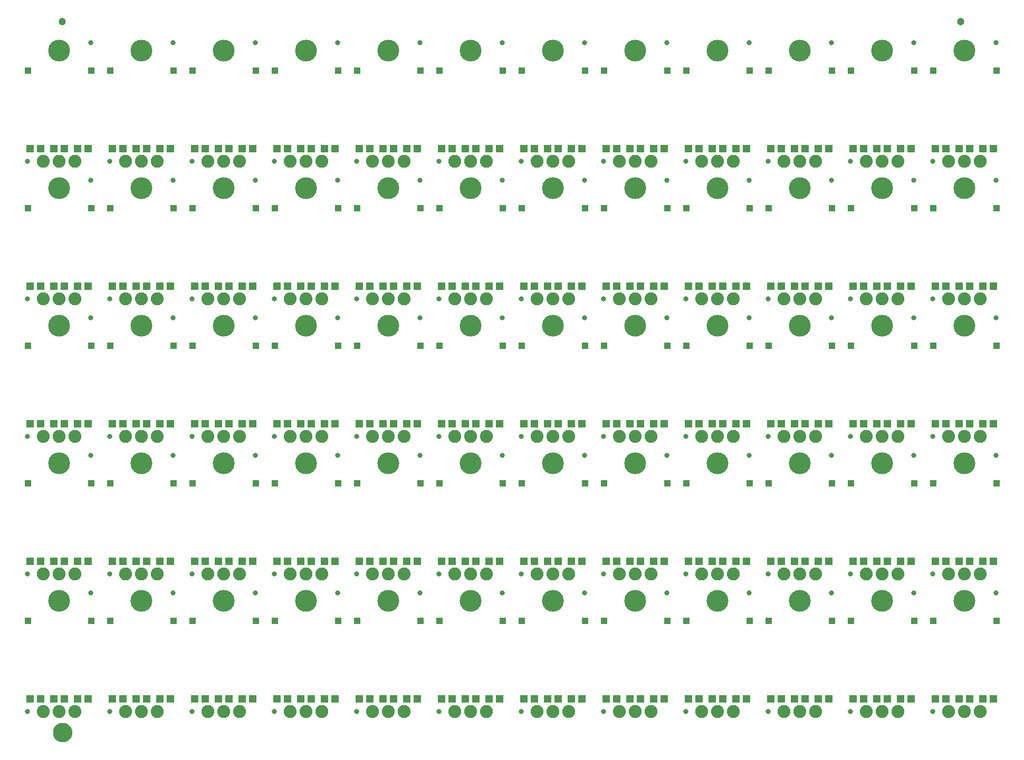
<source format=gts>
G04 EAGLE Gerber RS-274X export*
G75*
%MOMM*%
%FSLAX34Y34*%
%LPD*%
%INSoldermask Top*%
%IPPOS*%
%AMOC8*
5,1,8,0,0,1.08239X$1,22.5*%
G01*
%ADD10R,1.079500X1.079500*%
%ADD11C,0.838200*%
%ADD12R,1.303200X1.203200*%
%ADD13C,2.082800*%
%ADD14C,3.505200*%
%ADD15C,1.203200*%
%ADD16C,1.270000*%
%ADD17C,1.703200*%


D10*
X13018Y158433D03*
X114618Y158433D03*
X145098Y158433D03*
X246698Y158433D03*
X277178Y158433D03*
X378778Y158433D03*
X409258Y158433D03*
X510858Y158433D03*
X541338Y158433D03*
X642938Y158433D03*
X673418Y158433D03*
X775018Y158433D03*
X805498Y158433D03*
X907098Y158433D03*
X937578Y158433D03*
X1039178Y158433D03*
X1069658Y158433D03*
X1171258Y158433D03*
X1201738Y158433D03*
X1303338Y158433D03*
X1333818Y158433D03*
X1435418Y158433D03*
X1465898Y158433D03*
X1567498Y158433D03*
X13018Y379413D03*
X114618Y379413D03*
X145098Y379413D03*
X246698Y379413D03*
X277178Y379413D03*
X378778Y379413D03*
X409258Y379413D03*
X510858Y379413D03*
X541338Y379413D03*
X642938Y379413D03*
X673418Y379413D03*
X775018Y379413D03*
X805498Y379413D03*
X907098Y379413D03*
X937578Y379413D03*
X1039178Y379413D03*
X1069658Y379413D03*
X1171258Y379413D03*
X1201738Y379413D03*
X1303338Y379413D03*
X1333818Y379413D03*
X1435418Y379413D03*
X1465898Y379413D03*
X1567498Y379413D03*
X13018Y600393D03*
X114618Y600393D03*
X145098Y600393D03*
X246698Y600393D03*
X277178Y600393D03*
X378778Y600393D03*
X409258Y600393D03*
X510858Y600393D03*
X541338Y600393D03*
X642938Y600393D03*
X673418Y600393D03*
X775018Y600393D03*
X805498Y600393D03*
X907098Y600393D03*
X937578Y600393D03*
X1039178Y600393D03*
X1069658Y600393D03*
X1171258Y600393D03*
X1201738Y600393D03*
X1303338Y600393D03*
X1333818Y600393D03*
X1435418Y600393D03*
X1465898Y600393D03*
X1567498Y600393D03*
X13018Y821373D03*
X114618Y821373D03*
X145098Y821373D03*
X246698Y821373D03*
X277178Y821373D03*
X378778Y821373D03*
X409258Y821373D03*
X510858Y821373D03*
X541338Y821373D03*
X642938Y821373D03*
X673418Y821373D03*
X775018Y821373D03*
X805498Y821373D03*
X907098Y821373D03*
X937578Y821373D03*
X1039178Y821373D03*
X1069658Y821373D03*
X1171258Y821373D03*
X1201738Y821373D03*
X1303338Y821373D03*
X1333818Y821373D03*
X1435418Y821373D03*
X1465898Y821373D03*
X1567498Y821373D03*
X13018Y1042353D03*
X114618Y1042353D03*
X145098Y1042353D03*
X246698Y1042353D03*
X277178Y1042353D03*
X378778Y1042353D03*
X409258Y1042353D03*
X510858Y1042353D03*
X541338Y1042353D03*
X642938Y1042353D03*
X673418Y1042353D03*
X775018Y1042353D03*
X805498Y1042353D03*
X907098Y1042353D03*
X937578Y1042353D03*
X1039178Y1042353D03*
X1069658Y1042353D03*
X1171258Y1042353D03*
X1201738Y1042353D03*
X1303338Y1042353D03*
X1333818Y1042353D03*
X1435418Y1042353D03*
X1465898Y1042353D03*
X1567498Y1042353D03*
D11*
X12700Y12700D03*
X114300Y203200D03*
D12*
X16900Y33020D03*
X33900Y33020D03*
D13*
X38100Y12700D03*
X63500Y12700D03*
X88900Y12700D03*
D12*
X110100Y33020D03*
X93100Y33020D03*
X72000Y33020D03*
X55000Y33020D03*
D14*
X63500Y190500D03*
D11*
X144780Y12700D03*
X246380Y203200D03*
D12*
X148980Y33020D03*
X165980Y33020D03*
D13*
X170180Y12700D03*
X195580Y12700D03*
X220980Y12700D03*
D12*
X242180Y33020D03*
X225180Y33020D03*
X204080Y33020D03*
X187080Y33020D03*
D14*
X195580Y190500D03*
D11*
X276860Y12700D03*
X378460Y203200D03*
D12*
X281060Y33020D03*
X298060Y33020D03*
D13*
X302260Y12700D03*
X327660Y12700D03*
X353060Y12700D03*
D12*
X374260Y33020D03*
X357260Y33020D03*
X336160Y33020D03*
X319160Y33020D03*
D14*
X327660Y190500D03*
D11*
X408940Y12700D03*
X510540Y203200D03*
D12*
X413140Y33020D03*
X430140Y33020D03*
D13*
X434340Y12700D03*
X459740Y12700D03*
X485140Y12700D03*
D12*
X506340Y33020D03*
X489340Y33020D03*
X468240Y33020D03*
X451240Y33020D03*
D14*
X459740Y190500D03*
D11*
X541020Y12700D03*
X642620Y203200D03*
D12*
X545220Y33020D03*
X562220Y33020D03*
D13*
X566420Y12700D03*
X591820Y12700D03*
X617220Y12700D03*
D12*
X638420Y33020D03*
X621420Y33020D03*
X600320Y33020D03*
X583320Y33020D03*
D14*
X591820Y190500D03*
D11*
X673100Y12700D03*
X774700Y203200D03*
D12*
X677300Y33020D03*
X694300Y33020D03*
D13*
X698500Y12700D03*
X723900Y12700D03*
X749300Y12700D03*
D12*
X770500Y33020D03*
X753500Y33020D03*
X732400Y33020D03*
X715400Y33020D03*
D14*
X723900Y190500D03*
D11*
X805180Y12700D03*
X906780Y203200D03*
D12*
X809380Y33020D03*
X826380Y33020D03*
D13*
X830580Y12700D03*
X855980Y12700D03*
X881380Y12700D03*
D12*
X902580Y33020D03*
X885580Y33020D03*
X864480Y33020D03*
X847480Y33020D03*
D14*
X855980Y190500D03*
D11*
X937260Y12700D03*
X1038860Y203200D03*
D12*
X941460Y33020D03*
X958460Y33020D03*
D13*
X962660Y12700D03*
X988060Y12700D03*
X1013460Y12700D03*
D12*
X1034660Y33020D03*
X1017660Y33020D03*
X996560Y33020D03*
X979560Y33020D03*
D14*
X988060Y190500D03*
D11*
X1069340Y12700D03*
X1170940Y203200D03*
D12*
X1073540Y33020D03*
X1090540Y33020D03*
D13*
X1094740Y12700D03*
X1120140Y12700D03*
X1145540Y12700D03*
D12*
X1166740Y33020D03*
X1149740Y33020D03*
X1128640Y33020D03*
X1111640Y33020D03*
D14*
X1120140Y190500D03*
D11*
X1201420Y12700D03*
X1303020Y203200D03*
D12*
X1205620Y33020D03*
X1222620Y33020D03*
D13*
X1226820Y12700D03*
X1252220Y12700D03*
X1277620Y12700D03*
D12*
X1298820Y33020D03*
X1281820Y33020D03*
X1260720Y33020D03*
X1243720Y33020D03*
D14*
X1252220Y190500D03*
D11*
X1333500Y12700D03*
X1435100Y203200D03*
D12*
X1337700Y33020D03*
X1354700Y33020D03*
D13*
X1358900Y12700D03*
X1384300Y12700D03*
X1409700Y12700D03*
D12*
X1430900Y33020D03*
X1413900Y33020D03*
X1392800Y33020D03*
X1375800Y33020D03*
D14*
X1384300Y190500D03*
D11*
X1465580Y12700D03*
X1567180Y203200D03*
D12*
X1469780Y33020D03*
X1486780Y33020D03*
D13*
X1490980Y12700D03*
X1516380Y12700D03*
X1541780Y12700D03*
D12*
X1562980Y33020D03*
X1545980Y33020D03*
X1524880Y33020D03*
X1507880Y33020D03*
D14*
X1516380Y190500D03*
D11*
X12700Y233680D03*
X114300Y424180D03*
D12*
X16900Y254000D03*
X33900Y254000D03*
D13*
X38100Y233680D03*
X63500Y233680D03*
X88900Y233680D03*
D12*
X110100Y254000D03*
X93100Y254000D03*
X72000Y254000D03*
X55000Y254000D03*
D14*
X63500Y411480D03*
D11*
X144780Y233680D03*
X246380Y424180D03*
D12*
X148980Y254000D03*
X165980Y254000D03*
D13*
X170180Y233680D03*
X195580Y233680D03*
X220980Y233680D03*
D12*
X242180Y254000D03*
X225180Y254000D03*
X204080Y254000D03*
X187080Y254000D03*
D14*
X195580Y411480D03*
D11*
X276860Y233680D03*
X378460Y424180D03*
D12*
X281060Y254000D03*
X298060Y254000D03*
D13*
X302260Y233680D03*
X327660Y233680D03*
X353060Y233680D03*
D12*
X374260Y254000D03*
X357260Y254000D03*
X336160Y254000D03*
X319160Y254000D03*
D14*
X327660Y411480D03*
D11*
X408940Y233680D03*
X510540Y424180D03*
D12*
X413140Y254000D03*
X430140Y254000D03*
D13*
X434340Y233680D03*
X459740Y233680D03*
X485140Y233680D03*
D12*
X506340Y254000D03*
X489340Y254000D03*
X468240Y254000D03*
X451240Y254000D03*
D14*
X459740Y411480D03*
D11*
X541020Y233680D03*
X642620Y424180D03*
D12*
X545220Y254000D03*
X562220Y254000D03*
D13*
X566420Y233680D03*
X591820Y233680D03*
X617220Y233680D03*
D12*
X638420Y254000D03*
X621420Y254000D03*
X600320Y254000D03*
X583320Y254000D03*
D14*
X591820Y411480D03*
D11*
X673100Y233680D03*
X774700Y424180D03*
D12*
X677300Y254000D03*
X694300Y254000D03*
D13*
X698500Y233680D03*
X723900Y233680D03*
X749300Y233680D03*
D12*
X770500Y254000D03*
X753500Y254000D03*
X732400Y254000D03*
X715400Y254000D03*
D14*
X723900Y411480D03*
D11*
X805180Y233680D03*
X906780Y424180D03*
D12*
X809380Y254000D03*
X826380Y254000D03*
D13*
X830580Y233680D03*
X855980Y233680D03*
X881380Y233680D03*
D12*
X902580Y254000D03*
X885580Y254000D03*
X864480Y254000D03*
X847480Y254000D03*
D14*
X855980Y411480D03*
D11*
X937260Y233680D03*
X1038860Y424180D03*
D12*
X941460Y254000D03*
X958460Y254000D03*
D13*
X962660Y233680D03*
X988060Y233680D03*
X1013460Y233680D03*
D12*
X1034660Y254000D03*
X1017660Y254000D03*
X996560Y254000D03*
X979560Y254000D03*
D14*
X988060Y411480D03*
D11*
X1069340Y233680D03*
X1170940Y424180D03*
D12*
X1073540Y254000D03*
X1090540Y254000D03*
D13*
X1094740Y233680D03*
X1120140Y233680D03*
X1145540Y233680D03*
D12*
X1166740Y254000D03*
X1149740Y254000D03*
X1128640Y254000D03*
X1111640Y254000D03*
D14*
X1120140Y411480D03*
D11*
X1201420Y233680D03*
X1303020Y424180D03*
D12*
X1205620Y254000D03*
X1222620Y254000D03*
D13*
X1226820Y233680D03*
X1252220Y233680D03*
X1277620Y233680D03*
D12*
X1298820Y254000D03*
X1281820Y254000D03*
X1260720Y254000D03*
X1243720Y254000D03*
D14*
X1252220Y411480D03*
D11*
X1333500Y233680D03*
X1435100Y424180D03*
D12*
X1337700Y254000D03*
X1354700Y254000D03*
D13*
X1358900Y233680D03*
X1384300Y233680D03*
X1409700Y233680D03*
D12*
X1430900Y254000D03*
X1413900Y254000D03*
X1392800Y254000D03*
X1375800Y254000D03*
D14*
X1384300Y411480D03*
D11*
X1465580Y233680D03*
X1567180Y424180D03*
D12*
X1469780Y254000D03*
X1486780Y254000D03*
D13*
X1490980Y233680D03*
X1516380Y233680D03*
X1541780Y233680D03*
D12*
X1562980Y254000D03*
X1545980Y254000D03*
X1524880Y254000D03*
X1507880Y254000D03*
D14*
X1516380Y411480D03*
D11*
X12700Y454660D03*
X114300Y645160D03*
D12*
X16900Y474980D03*
X33900Y474980D03*
D13*
X38100Y454660D03*
X63500Y454660D03*
X88900Y454660D03*
D12*
X110100Y474980D03*
X93100Y474980D03*
X72000Y474980D03*
X55000Y474980D03*
D14*
X63500Y632460D03*
D11*
X144780Y454660D03*
X246380Y645160D03*
D12*
X148980Y474980D03*
X165980Y474980D03*
D13*
X170180Y454660D03*
X195580Y454660D03*
X220980Y454660D03*
D12*
X242180Y474980D03*
X225180Y474980D03*
X204080Y474980D03*
X187080Y474980D03*
D14*
X195580Y632460D03*
D11*
X276860Y454660D03*
X378460Y645160D03*
D12*
X281060Y474980D03*
X298060Y474980D03*
D13*
X302260Y454660D03*
X327660Y454660D03*
X353060Y454660D03*
D12*
X374260Y474980D03*
X357260Y474980D03*
X336160Y474980D03*
X319160Y474980D03*
D14*
X327660Y632460D03*
D11*
X408940Y454660D03*
X510540Y645160D03*
D12*
X413140Y474980D03*
X430140Y474980D03*
D13*
X434340Y454660D03*
X459740Y454660D03*
X485140Y454660D03*
D12*
X506340Y474980D03*
X489340Y474980D03*
X468240Y474980D03*
X451240Y474980D03*
D14*
X459740Y632460D03*
D11*
X541020Y454660D03*
X642620Y645160D03*
D12*
X545220Y474980D03*
X562220Y474980D03*
D13*
X566420Y454660D03*
X591820Y454660D03*
X617220Y454660D03*
D12*
X638420Y474980D03*
X621420Y474980D03*
X600320Y474980D03*
X583320Y474980D03*
D14*
X591820Y632460D03*
D11*
X673100Y454660D03*
X774700Y645160D03*
D12*
X677300Y474980D03*
X694300Y474980D03*
D13*
X698500Y454660D03*
X723900Y454660D03*
X749300Y454660D03*
D12*
X770500Y474980D03*
X753500Y474980D03*
X732400Y474980D03*
X715400Y474980D03*
D14*
X723900Y632460D03*
D11*
X805180Y454660D03*
X906780Y645160D03*
D12*
X809380Y474980D03*
X826380Y474980D03*
D13*
X830580Y454660D03*
X855980Y454660D03*
X881380Y454660D03*
D12*
X902580Y474980D03*
X885580Y474980D03*
X864480Y474980D03*
X847480Y474980D03*
D14*
X855980Y632460D03*
D11*
X937260Y454660D03*
X1038860Y645160D03*
D12*
X941460Y474980D03*
X958460Y474980D03*
D13*
X962660Y454660D03*
X988060Y454660D03*
X1013460Y454660D03*
D12*
X1034660Y474980D03*
X1017660Y474980D03*
X996560Y474980D03*
X979560Y474980D03*
D14*
X988060Y632460D03*
D11*
X1069340Y454660D03*
X1170940Y645160D03*
D12*
X1073540Y474980D03*
X1090540Y474980D03*
D13*
X1094740Y454660D03*
X1120140Y454660D03*
X1145540Y454660D03*
D12*
X1166740Y474980D03*
X1149740Y474980D03*
X1128640Y474980D03*
X1111640Y474980D03*
D14*
X1120140Y632460D03*
D11*
X1201420Y454660D03*
X1303020Y645160D03*
D12*
X1205620Y474980D03*
X1222620Y474980D03*
D13*
X1226820Y454660D03*
X1252220Y454660D03*
X1277620Y454660D03*
D12*
X1298820Y474980D03*
X1281820Y474980D03*
X1260720Y474980D03*
X1243720Y474980D03*
D14*
X1252220Y632460D03*
D11*
X1333500Y454660D03*
X1435100Y645160D03*
D12*
X1337700Y474980D03*
X1354700Y474980D03*
D13*
X1358900Y454660D03*
X1384300Y454660D03*
X1409700Y454660D03*
D12*
X1430900Y474980D03*
X1413900Y474980D03*
X1392800Y474980D03*
X1375800Y474980D03*
D14*
X1384300Y632460D03*
D11*
X1465580Y454660D03*
X1567180Y645160D03*
D12*
X1469780Y474980D03*
X1486780Y474980D03*
D13*
X1490980Y454660D03*
X1516380Y454660D03*
X1541780Y454660D03*
D12*
X1562980Y474980D03*
X1545980Y474980D03*
X1524880Y474980D03*
X1507880Y474980D03*
D14*
X1516380Y632460D03*
D11*
X12700Y675640D03*
X114300Y866140D03*
D12*
X16900Y695960D03*
X33900Y695960D03*
D13*
X38100Y675640D03*
X63500Y675640D03*
X88900Y675640D03*
D12*
X110100Y695960D03*
X93100Y695960D03*
X72000Y695960D03*
X55000Y695960D03*
D14*
X63500Y853440D03*
D11*
X144780Y675640D03*
X246380Y866140D03*
D12*
X148980Y695960D03*
X165980Y695960D03*
D13*
X170180Y675640D03*
X195580Y675640D03*
X220980Y675640D03*
D12*
X242180Y695960D03*
X225180Y695960D03*
X204080Y695960D03*
X187080Y695960D03*
D14*
X195580Y853440D03*
D11*
X276860Y675640D03*
X378460Y866140D03*
D12*
X281060Y695960D03*
X298060Y695960D03*
D13*
X302260Y675640D03*
X327660Y675640D03*
X353060Y675640D03*
D12*
X374260Y695960D03*
X357260Y695960D03*
X336160Y695960D03*
X319160Y695960D03*
D14*
X327660Y853440D03*
D11*
X408940Y675640D03*
X510540Y866140D03*
D12*
X413140Y695960D03*
X430140Y695960D03*
D13*
X434340Y675640D03*
X459740Y675640D03*
X485140Y675640D03*
D12*
X506340Y695960D03*
X489340Y695960D03*
X468240Y695960D03*
X451240Y695960D03*
D14*
X459740Y853440D03*
D11*
X541020Y675640D03*
X642620Y866140D03*
D12*
X545220Y695960D03*
X562220Y695960D03*
D13*
X566420Y675640D03*
X591820Y675640D03*
X617220Y675640D03*
D12*
X638420Y695960D03*
X621420Y695960D03*
X600320Y695960D03*
X583320Y695960D03*
D14*
X591820Y853440D03*
D11*
X673100Y675640D03*
X774700Y866140D03*
D12*
X677300Y695960D03*
X694300Y695960D03*
D13*
X698500Y675640D03*
X723900Y675640D03*
X749300Y675640D03*
D12*
X770500Y695960D03*
X753500Y695960D03*
X732400Y695960D03*
X715400Y695960D03*
D14*
X723900Y853440D03*
D11*
X805180Y675640D03*
X906780Y866140D03*
D12*
X809380Y695960D03*
X826380Y695960D03*
D13*
X830580Y675640D03*
X855980Y675640D03*
X881380Y675640D03*
D12*
X902580Y695960D03*
X885580Y695960D03*
X864480Y695960D03*
X847480Y695960D03*
D14*
X855980Y853440D03*
D11*
X937260Y675640D03*
X1038860Y866140D03*
D12*
X941460Y695960D03*
X958460Y695960D03*
D13*
X962660Y675640D03*
X988060Y675640D03*
X1013460Y675640D03*
D12*
X1034660Y695960D03*
X1017660Y695960D03*
X996560Y695960D03*
X979560Y695960D03*
D14*
X988060Y853440D03*
D11*
X1069340Y675640D03*
X1170940Y866140D03*
D12*
X1073540Y695960D03*
X1090540Y695960D03*
D13*
X1094740Y675640D03*
X1120140Y675640D03*
X1145540Y675640D03*
D12*
X1166740Y695960D03*
X1149740Y695960D03*
X1128640Y695960D03*
X1111640Y695960D03*
D14*
X1120140Y853440D03*
D11*
X1201420Y675640D03*
X1303020Y866140D03*
D12*
X1205620Y695960D03*
X1222620Y695960D03*
D13*
X1226820Y675640D03*
X1252220Y675640D03*
X1277620Y675640D03*
D12*
X1298820Y695960D03*
X1281820Y695960D03*
X1260720Y695960D03*
X1243720Y695960D03*
D14*
X1252220Y853440D03*
D11*
X1333500Y675640D03*
X1435100Y866140D03*
D12*
X1337700Y695960D03*
X1354700Y695960D03*
D13*
X1358900Y675640D03*
X1384300Y675640D03*
X1409700Y675640D03*
D12*
X1430900Y695960D03*
X1413900Y695960D03*
X1392800Y695960D03*
X1375800Y695960D03*
D14*
X1384300Y853440D03*
D11*
X1465580Y675640D03*
X1567180Y866140D03*
D12*
X1469780Y695960D03*
X1486780Y695960D03*
D13*
X1490980Y675640D03*
X1516380Y675640D03*
X1541780Y675640D03*
D12*
X1562980Y695960D03*
X1545980Y695960D03*
X1524880Y695960D03*
X1507880Y695960D03*
D14*
X1516380Y853440D03*
D11*
X12700Y896620D03*
X114300Y1087120D03*
D12*
X16900Y916940D03*
X33900Y916940D03*
D13*
X38100Y896620D03*
X63500Y896620D03*
X88900Y896620D03*
D12*
X110100Y916940D03*
X93100Y916940D03*
X72000Y916940D03*
X55000Y916940D03*
D14*
X63500Y1074420D03*
D11*
X144780Y896620D03*
X246380Y1087120D03*
D12*
X148980Y916940D03*
X165980Y916940D03*
D13*
X170180Y896620D03*
X195580Y896620D03*
X220980Y896620D03*
D12*
X242180Y916940D03*
X225180Y916940D03*
X204080Y916940D03*
X187080Y916940D03*
D14*
X195580Y1074420D03*
D11*
X276860Y896620D03*
X378460Y1087120D03*
D12*
X281060Y916940D03*
X298060Y916940D03*
D13*
X302260Y896620D03*
X327660Y896620D03*
X353060Y896620D03*
D12*
X374260Y916940D03*
X357260Y916940D03*
X336160Y916940D03*
X319160Y916940D03*
D14*
X327660Y1074420D03*
D11*
X408940Y896620D03*
X510540Y1087120D03*
D12*
X413140Y916940D03*
X430140Y916940D03*
D13*
X434340Y896620D03*
X459740Y896620D03*
X485140Y896620D03*
D12*
X506340Y916940D03*
X489340Y916940D03*
X468240Y916940D03*
X451240Y916940D03*
D14*
X459740Y1074420D03*
D11*
X541020Y896620D03*
X642620Y1087120D03*
D12*
X545220Y916940D03*
X562220Y916940D03*
D13*
X566420Y896620D03*
X591820Y896620D03*
X617220Y896620D03*
D12*
X638420Y916940D03*
X621420Y916940D03*
X600320Y916940D03*
X583320Y916940D03*
D14*
X591820Y1074420D03*
D11*
X673100Y896620D03*
X774700Y1087120D03*
D12*
X677300Y916940D03*
X694300Y916940D03*
D13*
X698500Y896620D03*
X723900Y896620D03*
X749300Y896620D03*
D12*
X770500Y916940D03*
X753500Y916940D03*
X732400Y916940D03*
X715400Y916940D03*
D14*
X723900Y1074420D03*
D11*
X805180Y896620D03*
X906780Y1087120D03*
D12*
X809380Y916940D03*
X826380Y916940D03*
D13*
X830580Y896620D03*
X855980Y896620D03*
X881380Y896620D03*
D12*
X902580Y916940D03*
X885580Y916940D03*
X864480Y916940D03*
X847480Y916940D03*
D14*
X855980Y1074420D03*
D11*
X937260Y896620D03*
X1038860Y1087120D03*
D12*
X941460Y916940D03*
X958460Y916940D03*
D13*
X962660Y896620D03*
X988060Y896620D03*
X1013460Y896620D03*
D12*
X1034660Y916940D03*
X1017660Y916940D03*
X996560Y916940D03*
X979560Y916940D03*
D14*
X988060Y1074420D03*
D11*
X1069340Y896620D03*
X1170940Y1087120D03*
D12*
X1073540Y916940D03*
X1090540Y916940D03*
D13*
X1094740Y896620D03*
X1120140Y896620D03*
X1145540Y896620D03*
D12*
X1166740Y916940D03*
X1149740Y916940D03*
X1128640Y916940D03*
X1111640Y916940D03*
D14*
X1120140Y1074420D03*
D11*
X1201420Y896620D03*
X1303020Y1087120D03*
D12*
X1205620Y916940D03*
X1222620Y916940D03*
D13*
X1226820Y896620D03*
X1252220Y896620D03*
X1277620Y896620D03*
D12*
X1298820Y916940D03*
X1281820Y916940D03*
X1260720Y916940D03*
X1243720Y916940D03*
D14*
X1252220Y1074420D03*
D11*
X1333500Y896620D03*
X1435100Y1087120D03*
D12*
X1337700Y916940D03*
X1354700Y916940D03*
D13*
X1358900Y896620D03*
X1384300Y896620D03*
X1409700Y896620D03*
D12*
X1430900Y916940D03*
X1413900Y916940D03*
X1392800Y916940D03*
X1375800Y916940D03*
D14*
X1384300Y1074420D03*
D11*
X1465580Y896620D03*
X1567180Y1087120D03*
D12*
X1469780Y916940D03*
X1486780Y916940D03*
D13*
X1490980Y896620D03*
X1516380Y896620D03*
X1541780Y896620D03*
D12*
X1562980Y916940D03*
X1545980Y916940D03*
X1524880Y916940D03*
X1507880Y916940D03*
D14*
X1516380Y1074420D03*
D15*
X68580Y1120775D03*
X1510665Y1120775D03*
D16*
X59525Y-20955D02*
X59528Y-20733D01*
X59536Y-20511D01*
X59550Y-20289D01*
X59569Y-20067D01*
X59593Y-19847D01*
X59623Y-19626D01*
X59658Y-19407D01*
X59699Y-19188D01*
X59745Y-18971D01*
X59796Y-18755D01*
X59853Y-18540D01*
X59915Y-18326D01*
X59982Y-18115D01*
X60054Y-17904D01*
X60132Y-17696D01*
X60214Y-17490D01*
X60302Y-17286D01*
X60394Y-17083D01*
X60492Y-16884D01*
X60594Y-16687D01*
X60701Y-16492D01*
X60813Y-16300D01*
X60930Y-16111D01*
X61051Y-15924D01*
X61177Y-15741D01*
X61307Y-15561D01*
X61442Y-15384D01*
X61580Y-15211D01*
X61723Y-15041D01*
X61871Y-14874D01*
X62022Y-14711D01*
X62177Y-14552D01*
X62336Y-14397D01*
X62499Y-14246D01*
X62666Y-14098D01*
X62836Y-13955D01*
X63009Y-13817D01*
X63186Y-13682D01*
X63366Y-13552D01*
X63549Y-13426D01*
X63736Y-13305D01*
X63925Y-13188D01*
X64117Y-13076D01*
X64312Y-12969D01*
X64509Y-12867D01*
X64708Y-12769D01*
X64911Y-12677D01*
X65115Y-12589D01*
X65321Y-12507D01*
X65529Y-12429D01*
X65740Y-12357D01*
X65951Y-12290D01*
X66165Y-12228D01*
X66380Y-12171D01*
X66596Y-12120D01*
X66813Y-12074D01*
X67032Y-12033D01*
X67251Y-11998D01*
X67472Y-11968D01*
X67692Y-11944D01*
X67914Y-11925D01*
X68136Y-11911D01*
X68358Y-11903D01*
X68580Y-11900D01*
X68802Y-11903D01*
X69024Y-11911D01*
X69246Y-11925D01*
X69468Y-11944D01*
X69688Y-11968D01*
X69909Y-11998D01*
X70128Y-12033D01*
X70347Y-12074D01*
X70564Y-12120D01*
X70780Y-12171D01*
X70995Y-12228D01*
X71209Y-12290D01*
X71420Y-12357D01*
X71631Y-12429D01*
X71839Y-12507D01*
X72045Y-12589D01*
X72249Y-12677D01*
X72452Y-12769D01*
X72651Y-12867D01*
X72848Y-12969D01*
X73043Y-13076D01*
X73235Y-13188D01*
X73424Y-13305D01*
X73611Y-13426D01*
X73794Y-13552D01*
X73974Y-13682D01*
X74151Y-13817D01*
X74324Y-13955D01*
X74494Y-14098D01*
X74661Y-14246D01*
X74824Y-14397D01*
X74983Y-14552D01*
X75138Y-14711D01*
X75289Y-14874D01*
X75437Y-15041D01*
X75580Y-15211D01*
X75718Y-15384D01*
X75853Y-15561D01*
X75983Y-15741D01*
X76109Y-15924D01*
X76230Y-16111D01*
X76347Y-16300D01*
X76459Y-16492D01*
X76566Y-16687D01*
X76668Y-16884D01*
X76766Y-17083D01*
X76858Y-17286D01*
X76946Y-17490D01*
X77028Y-17696D01*
X77106Y-17904D01*
X77178Y-18115D01*
X77245Y-18326D01*
X77307Y-18540D01*
X77364Y-18755D01*
X77415Y-18971D01*
X77461Y-19188D01*
X77502Y-19407D01*
X77537Y-19626D01*
X77567Y-19847D01*
X77591Y-20067D01*
X77610Y-20289D01*
X77624Y-20511D01*
X77632Y-20733D01*
X77635Y-20955D01*
X77632Y-21177D01*
X77624Y-21399D01*
X77610Y-21621D01*
X77591Y-21843D01*
X77567Y-22063D01*
X77537Y-22284D01*
X77502Y-22503D01*
X77461Y-22722D01*
X77415Y-22939D01*
X77364Y-23155D01*
X77307Y-23370D01*
X77245Y-23584D01*
X77178Y-23795D01*
X77106Y-24006D01*
X77028Y-24214D01*
X76946Y-24420D01*
X76858Y-24624D01*
X76766Y-24827D01*
X76668Y-25026D01*
X76566Y-25223D01*
X76459Y-25418D01*
X76347Y-25610D01*
X76230Y-25799D01*
X76109Y-25986D01*
X75983Y-26169D01*
X75853Y-26349D01*
X75718Y-26526D01*
X75580Y-26699D01*
X75437Y-26869D01*
X75289Y-27036D01*
X75138Y-27199D01*
X74983Y-27358D01*
X74824Y-27513D01*
X74661Y-27664D01*
X74494Y-27812D01*
X74324Y-27955D01*
X74151Y-28093D01*
X73974Y-28228D01*
X73794Y-28358D01*
X73611Y-28484D01*
X73424Y-28605D01*
X73235Y-28722D01*
X73043Y-28834D01*
X72848Y-28941D01*
X72651Y-29043D01*
X72452Y-29141D01*
X72249Y-29233D01*
X72045Y-29321D01*
X71839Y-29403D01*
X71631Y-29481D01*
X71420Y-29553D01*
X71209Y-29620D01*
X70995Y-29682D01*
X70780Y-29739D01*
X70564Y-29790D01*
X70347Y-29836D01*
X70128Y-29877D01*
X69909Y-29912D01*
X69688Y-29942D01*
X69468Y-29966D01*
X69246Y-29985D01*
X69024Y-29999D01*
X68802Y-30007D01*
X68580Y-30010D01*
X68358Y-30007D01*
X68136Y-29999D01*
X67914Y-29985D01*
X67692Y-29966D01*
X67472Y-29942D01*
X67251Y-29912D01*
X67032Y-29877D01*
X66813Y-29836D01*
X66596Y-29790D01*
X66380Y-29739D01*
X66165Y-29682D01*
X65951Y-29620D01*
X65740Y-29553D01*
X65529Y-29481D01*
X65321Y-29403D01*
X65115Y-29321D01*
X64911Y-29233D01*
X64708Y-29141D01*
X64509Y-29043D01*
X64312Y-28941D01*
X64117Y-28834D01*
X63925Y-28722D01*
X63736Y-28605D01*
X63549Y-28484D01*
X63366Y-28358D01*
X63186Y-28228D01*
X63009Y-28093D01*
X62836Y-27955D01*
X62666Y-27812D01*
X62499Y-27664D01*
X62336Y-27513D01*
X62177Y-27358D01*
X62022Y-27199D01*
X61871Y-27036D01*
X61723Y-26869D01*
X61580Y-26699D01*
X61442Y-26526D01*
X61307Y-26349D01*
X61177Y-26169D01*
X61051Y-25986D01*
X60930Y-25799D01*
X60813Y-25610D01*
X60701Y-25418D01*
X60594Y-25223D01*
X60492Y-25026D01*
X60394Y-24827D01*
X60302Y-24624D01*
X60214Y-24420D01*
X60132Y-24214D01*
X60054Y-24006D01*
X59982Y-23795D01*
X59915Y-23584D01*
X59853Y-23370D01*
X59796Y-23155D01*
X59745Y-22939D01*
X59699Y-22722D01*
X59658Y-22503D01*
X59623Y-22284D01*
X59593Y-22063D01*
X59569Y-21843D01*
X59550Y-21621D01*
X59536Y-21399D01*
X59528Y-21177D01*
X59525Y-20955D01*
D17*
X68580Y-20955D03*
M02*

</source>
